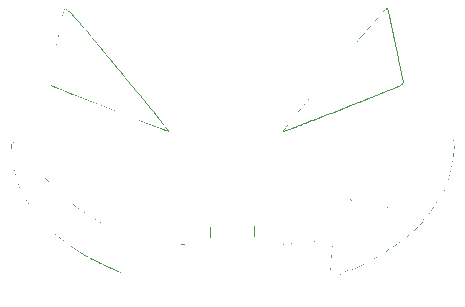
<source format=gto>
G04 #@! TF.GenerationSoftware,KiCad,Pcbnew,7.0.1-0*
G04 #@! TF.CreationDate,2023-08-23T15:24:57+02:00*
G04 #@! TF.ProjectId,pumpkin,70756d70-6b69-46e2-9e6b-696361645f70,rev?*
G04 #@! TF.SameCoordinates,Original*
G04 #@! TF.FileFunction,Legend,Top*
G04 #@! TF.FilePolarity,Positive*
%FSLAX46Y46*%
G04 Gerber Fmt 4.6, Leading zero omitted, Abs format (unit mm)*
G04 Created by KiCad (PCBNEW 7.0.1-0) date 2023-08-23 15:24:57*
%MOMM*%
%LPD*%
G01*
G04 APERTURE LIST*
%ADD10C,0.054000*%
%ADD11C,0.100000*%
%ADD12C,0.102600*%
G04 APERTURE END LIST*
D10*
X127362865Y-97695342D02*
X127324324Y-97646248D01*
X127286004Y-97597943D01*
X127247959Y-97550484D01*
X127210244Y-97503928D01*
X127172914Y-97458332D01*
X127136022Y-97413754D01*
X127099624Y-97370252D01*
X127063774Y-97327882D01*
X127028528Y-97286703D01*
X126960062Y-97208143D01*
X126894665Y-97135032D01*
X126832772Y-97067829D01*
X126774823Y-97006993D01*
X126721252Y-96952983D01*
X126672499Y-96906257D01*
X126629000Y-96867276D01*
X126574560Y-96824328D01*
X126524443Y-96798452D01*
X126510000Y-96800000D01*
X163899486Y-96646856D02*
X163847604Y-96675492D01*
X163784659Y-96732927D01*
X163730730Y-96786562D01*
X163667953Y-96851672D01*
X163596947Y-96927575D01*
X163558553Y-96969358D01*
X163518333Y-97013583D01*
X163476367Y-97060162D01*
X163432731Y-97109012D01*
X163387503Y-97160045D01*
X163340760Y-97213176D01*
X163292581Y-97268321D01*
X163243041Y-97325392D01*
X163192220Y-97384304D01*
X163140194Y-97444973D01*
X163087041Y-97507311D01*
X163032839Y-97571234D01*
X162977665Y-97636655D01*
X162921596Y-97703490D01*
X162864710Y-97771652D01*
X162807085Y-97841056D01*
X162748797Y-97911617D01*
X162689926Y-97983248D01*
X145138168Y-106741627D02*
X143299217Y-106741627D01*
X147063619Y-102978013D02*
X147020367Y-104859821D01*
X160589659Y-104148892D02*
X160689771Y-104052391D01*
X160790505Y-103951801D01*
X160891698Y-103847359D01*
X160993189Y-103739299D01*
X161094816Y-103627859D01*
X161196417Y-103513275D01*
X161297830Y-103395781D01*
X161398892Y-103275615D01*
X161499442Y-103153011D01*
X161599317Y-103028207D01*
X161698356Y-102901438D01*
X161796397Y-102772940D01*
X161893278Y-102642950D01*
X161988837Y-102511702D01*
X162082911Y-102379433D01*
X162175339Y-102246380D01*
X162265959Y-102112777D01*
X162354608Y-101978862D01*
X162441125Y-101844870D01*
X162525349Y-101711036D01*
X162607115Y-101577598D01*
X162686264Y-101444790D01*
X162762632Y-101312850D01*
X162836059Y-101182013D01*
X162906381Y-101052514D01*
X162973436Y-100924591D01*
X163037064Y-100798478D01*
X163097102Y-100674412D01*
X163153387Y-100552630D01*
X163205758Y-100433366D01*
X163254053Y-100316857D01*
X163298110Y-100203339D01*
X159565673Y-91591503D02*
X159547271Y-91508356D01*
X159528179Y-91419041D01*
X159516711Y-91364830D01*
X159504018Y-91304522D01*
X159490142Y-91238320D01*
X159475125Y-91166429D01*
X159459008Y-91089052D01*
X159441835Y-91006392D01*
X159423645Y-90918655D01*
X159404483Y-90826043D01*
X159384388Y-90728760D01*
X159363404Y-90627011D01*
X159341573Y-90520998D01*
X159318936Y-90410927D01*
X159295535Y-90297000D01*
X159271412Y-90179421D01*
X159246609Y-90058394D01*
X159221169Y-89934124D01*
X159195132Y-89806813D01*
X159168541Y-89676666D01*
X159141438Y-89543887D01*
X159113865Y-89408678D01*
X159085864Y-89271245D01*
X159057476Y-89131791D01*
X159028744Y-88990519D01*
X158999710Y-88847634D01*
X158970415Y-88703339D01*
X158940902Y-88557838D01*
X158911212Y-88411336D01*
X162689926Y-97983248D02*
X162482630Y-98233119D01*
X162271419Y-98481865D01*
X162056650Y-98729178D01*
X161838678Y-98974748D01*
X161617861Y-99218265D01*
X161394555Y-99459421D01*
X161169115Y-99697907D01*
X160941899Y-99933414D01*
X160713263Y-100165632D01*
X160483562Y-100394252D01*
X160253154Y-100618966D01*
X160022394Y-100839464D01*
X159791639Y-101055438D01*
X159561246Y-101266577D01*
X159331570Y-101472574D01*
X159102969Y-101673119D01*
X158875797Y-101867902D01*
X158650413Y-102056615D01*
X158427171Y-102238949D01*
X158206429Y-102414595D01*
X157988542Y-102583243D01*
X157773868Y-102744584D01*
X157562762Y-102898310D01*
X157355581Y-103044111D01*
X157152681Y-103181678D01*
X156954418Y-103310703D01*
X156761149Y-103430875D01*
X156573230Y-103541886D01*
X156391018Y-103643428D01*
X156214869Y-103735190D01*
X156045138Y-103816863D01*
X155882184Y-103888140D01*
X143212717Y-102978013D02*
X139361815Y-102327810D01*
X141133230Y-107765929D02*
X141133230Y-110130418D01*
X143299217Y-106741627D02*
X143255968Y-104859821D01*
X155034984Y-101668024D02*
X154949493Y-101677004D01*
X154846041Y-101690971D01*
X154781169Y-101700222D01*
X154707887Y-101710928D01*
X154626457Y-101723047D01*
X154537144Y-101736537D01*
X154440211Y-101751355D01*
X154335924Y-101767458D01*
X154224545Y-101784806D01*
X154106340Y-101803355D01*
X153981572Y-101823063D01*
X153850504Y-101843888D01*
X153713402Y-101865787D01*
X153570530Y-101888719D01*
X153422150Y-101912640D01*
X153268528Y-101937510D01*
X153109928Y-101963284D01*
X152946613Y-101989922D01*
X152778848Y-102017381D01*
X152606897Y-102045618D01*
X152431023Y-102074592D01*
X152251491Y-102104259D01*
X152068565Y-102134578D01*
X151882509Y-102165507D01*
X151693587Y-102197002D01*
X151502063Y-102229022D01*
X151308202Y-102261525D01*
X151112267Y-102294468D01*
X150914522Y-102327810D01*
X150914522Y-102327810D02*
X147063619Y-102978013D01*
X139723243Y-105301350D02*
X141133230Y-105401433D01*
X135229621Y-101668024D02*
X135164214Y-101669685D01*
X135110188Y-101682389D01*
X135054464Y-101723889D01*
X135023858Y-101778969D01*
X135001944Y-101859326D01*
X134991765Y-101929049D01*
X134984852Y-102013169D01*
X134980965Y-102112952D01*
X134980082Y-102169112D01*
X134979867Y-102229663D01*
X134980288Y-102294761D01*
X134981316Y-102364566D01*
X134982922Y-102439236D01*
X134985076Y-102518928D01*
X134987747Y-102603801D01*
X134990905Y-102694013D01*
X134994522Y-102789722D01*
X134998567Y-102891087D01*
X136659967Y-105201266D02*
X137486610Y-105201266D01*
X141133230Y-105401433D02*
X141133230Y-107765929D01*
X152807721Y-105201266D02*
X153652360Y-105201266D01*
X141133230Y-110130418D02*
X145138168Y-110130418D01*
X149143105Y-110130418D02*
X149143105Y-107765929D01*
X131956040Y-102347226D02*
X131838283Y-102255448D01*
X131714982Y-102156282D01*
X131586524Y-102050120D01*
X131453298Y-101937355D01*
X131315691Y-101818380D01*
X131174091Y-101693589D01*
X131028888Y-101563375D01*
X130880468Y-101428130D01*
X130729221Y-101288248D01*
X130575534Y-101144122D01*
X130419795Y-100996145D01*
X130262393Y-100844711D01*
X130103717Y-100690212D01*
X129944153Y-100533041D01*
X129784090Y-100373593D01*
X129623917Y-100212259D01*
X129464022Y-100049433D01*
X129304792Y-99885509D01*
X129146617Y-99720878D01*
X128989883Y-99555935D01*
X128834980Y-99391073D01*
X128682295Y-99226684D01*
X128532217Y-99063162D01*
X128385134Y-98900901D01*
X128241434Y-98740292D01*
X128101505Y-98581729D01*
X127965735Y-98425606D01*
X127834513Y-98272316D01*
X127708227Y-98122251D01*
X127587265Y-97975805D01*
X127472015Y-97833371D01*
X127362865Y-97695342D01*
X135419501Y-90555887D02*
X135091490Y-90159744D01*
X134779442Y-89783382D01*
X134482973Y-89426374D01*
X134201700Y-89088295D01*
X133935239Y-88768719D01*
X133683209Y-88467220D01*
X133445224Y-88183372D01*
X133220903Y-87916751D01*
X133009862Y-87666929D01*
X132811718Y-87433481D01*
X132626088Y-87215983D01*
X132452588Y-87014007D01*
X132290836Y-86827128D01*
X132140448Y-86654920D01*
X132001041Y-86496958D01*
X131872233Y-86352816D01*
X131753639Y-86222069D01*
X131644877Y-86104290D01*
X131545564Y-85999053D01*
X131455315Y-85905934D01*
X131373750Y-85824506D01*
X131300483Y-85754343D01*
X131235132Y-85695021D01*
X131177314Y-85646112D01*
X131126645Y-85607192D01*
X131045225Y-85557615D01*
X130987805Y-85542882D01*
X130939971Y-85578668D01*
X153840844Y-108064786D02*
X154012815Y-108018421D01*
X154193370Y-107963629D01*
X154381902Y-107900762D01*
X154577803Y-107830173D01*
X154780467Y-107752214D01*
X154989286Y-107667237D01*
X155203653Y-107575594D01*
X155422960Y-107477639D01*
X155646601Y-107373723D01*
X155873968Y-107264198D01*
X156104453Y-107149417D01*
X156337450Y-107029733D01*
X156572352Y-106905497D01*
X156808550Y-106777063D01*
X157045439Y-106644781D01*
X157282410Y-106509006D01*
X157518856Y-106370088D01*
X157754170Y-106228381D01*
X157987746Y-106084237D01*
X158218974Y-105938008D01*
X158447249Y-105790046D01*
X158671963Y-105640704D01*
X158892509Y-105490334D01*
X159108280Y-105339289D01*
X159318668Y-105187921D01*
X159523066Y-105036582D01*
X159720866Y-104885624D01*
X159911463Y-104735400D01*
X160094247Y-104586263D01*
X160268613Y-104438564D01*
X160433952Y-104292656D01*
X160589659Y-104148892D01*
X129699235Y-91927429D02*
X129799699Y-91970949D01*
X129945905Y-92032168D01*
X130134651Y-92109830D01*
X130362737Y-92202676D01*
X130626961Y-92309451D01*
X130924122Y-92428898D01*
X131251019Y-92559758D01*
X131604451Y-92700775D01*
X131981217Y-92850693D01*
X132378115Y-93008254D01*
X132791946Y-93172201D01*
X133219507Y-93341278D01*
X133657598Y-93514226D01*
X134103017Y-93689790D01*
X134552564Y-93866712D01*
X135003037Y-94043735D01*
X135451235Y-94219602D01*
X135893958Y-94393057D01*
X136328004Y-94562842D01*
X136750172Y-94727700D01*
X137157260Y-94886374D01*
X137546069Y-95037607D01*
X137913396Y-95180143D01*
X138256042Y-95312723D01*
X138570803Y-95434092D01*
X138854481Y-95542992D01*
X139103873Y-95638166D01*
X139315778Y-95718358D01*
X139486996Y-95782309D01*
X139614325Y-95828764D01*
X139694564Y-95856465D01*
X139724513Y-95864156D01*
X155304549Y-102892793D02*
X155304442Y-102794539D01*
X155304104Y-102701538D01*
X155303503Y-102613650D01*
X155302608Y-102530738D01*
X155301390Y-102452664D01*
X155299818Y-102379288D01*
X155297861Y-102310474D01*
X155295490Y-102246082D01*
X155292673Y-102185974D01*
X155289380Y-102130013D01*
X155281245Y-102029975D01*
X155270843Y-101944863D01*
X155257928Y-101873571D01*
X155242259Y-101814992D01*
X155213056Y-101748543D01*
X155176285Y-101704478D01*
X155114065Y-101674095D01*
X155056441Y-101667746D01*
X155034984Y-101668024D01*
X158911212Y-88411336D02*
X158881488Y-88265107D01*
X158851875Y-88120419D01*
X158822416Y-87977463D01*
X158793154Y-87836430D01*
X158764134Y-87697508D01*
X158735398Y-87560890D01*
X158706991Y-87426765D01*
X158678955Y-87295323D01*
X158651335Y-87166755D01*
X158624174Y-87041251D01*
X158597516Y-86919003D01*
X158571404Y-86800199D01*
X158545882Y-86685030D01*
X158520993Y-86573688D01*
X158496781Y-86466361D01*
X158473290Y-86363242D01*
X158450563Y-86264519D01*
X158428644Y-86170383D01*
X158407577Y-86081025D01*
X158387404Y-85996635D01*
X158368170Y-85917403D01*
X158349918Y-85843521D01*
X158332692Y-85775177D01*
X158316535Y-85712563D01*
X158301491Y-85655869D01*
X158274917Y-85561002D01*
X158253317Y-85492099D01*
X158231009Y-85440760D01*
X153543520Y-106683998D02*
X153434680Y-108166730D01*
X146977119Y-106741627D02*
X145138168Y-106741627D01*
X126510000Y-96800000D02*
X126469604Y-96884330D01*
X126455676Y-96992994D01*
X126452367Y-97061238D01*
X126451386Y-97137947D01*
X126452652Y-97222513D01*
X126456082Y-97314329D01*
X126461596Y-97412789D01*
X126469110Y-97517285D01*
X126478545Y-97627209D01*
X126489817Y-97741955D01*
X126502845Y-97860915D01*
X126517548Y-97983482D01*
X126533844Y-98109049D01*
X126551652Y-98237009D01*
X126570888Y-98366754D01*
X126591473Y-98497677D01*
X126613324Y-98629171D01*
X126636359Y-98760629D01*
X126660498Y-98891443D01*
X126685657Y-99021007D01*
X126711756Y-99148713D01*
X126738712Y-99273953D01*
X126766445Y-99396122D01*
X126794872Y-99514610D01*
X126823912Y-99628812D01*
X126853483Y-99738121D01*
X126883503Y-99841927D01*
X126913891Y-99939626D01*
X126944566Y-100030609D01*
X153340588Y-94390409D02*
X153541532Y-94311073D01*
X153743052Y-94231537D01*
X153944820Y-94151927D01*
X154146511Y-94072373D01*
X154347798Y-93993003D01*
X154548355Y-93913944D01*
X154747853Y-93835326D01*
X154945968Y-93757277D01*
X155142372Y-93679925D01*
X155336740Y-93603397D01*
X155528743Y-93527824D01*
X155718056Y-93453332D01*
X155904353Y-93380050D01*
X156087306Y-93308107D01*
X156266589Y-93237631D01*
X156441876Y-93168750D01*
X156612839Y-93101592D01*
X156779153Y-93036286D01*
X156940490Y-92972960D01*
X157096525Y-92911742D01*
X157246930Y-92852761D01*
X157391379Y-92796145D01*
X157529545Y-92742022D01*
X157661102Y-92690521D01*
X157785724Y-92641770D01*
X157903083Y-92595897D01*
X158012853Y-92553030D01*
X158114708Y-92513298D01*
X158208321Y-92476830D01*
X158293365Y-92443752D01*
X158369513Y-92414195D01*
X158436441Y-92388286D01*
X149143105Y-107765929D02*
X149143105Y-105401433D01*
X153434680Y-108166730D02*
X153840844Y-108064786D01*
X150553094Y-105301350D02*
X150626472Y-105296219D01*
X150701108Y-105291154D01*
X150776855Y-105286160D01*
X150853570Y-105281244D01*
X150931107Y-105276413D01*
X151009323Y-105271672D01*
X151088074Y-105267028D01*
X151167213Y-105262488D01*
X151246597Y-105258058D01*
X151326082Y-105253744D01*
X151405523Y-105249553D01*
X151484776Y-105245491D01*
X151563695Y-105241565D01*
X151642137Y-105237781D01*
X151719957Y-105234145D01*
X151797011Y-105230665D01*
X151873153Y-105227345D01*
X151948240Y-105224193D01*
X152022127Y-105221215D01*
X152094670Y-105218418D01*
X152165724Y-105215808D01*
X152235144Y-105213391D01*
X152302786Y-105211174D01*
X152368506Y-105209163D01*
X152432160Y-105207364D01*
X152493601Y-105205785D01*
X152552687Y-105204430D01*
X152609272Y-105203308D01*
X152714364Y-105201785D01*
X152807721Y-105201266D01*
X163298110Y-100203339D02*
X163325803Y-100125150D01*
X163354276Y-100036830D01*
X163383393Y-99939177D01*
X163413020Y-99832993D01*
X163443019Y-99719079D01*
X163473257Y-99598235D01*
X163503598Y-99471261D01*
X163533906Y-99338959D01*
X163564046Y-99202129D01*
X163593882Y-99061572D01*
X163623280Y-98918088D01*
X163652103Y-98772478D01*
X163680217Y-98625543D01*
X163707486Y-98478083D01*
X163733774Y-98330899D01*
X163758947Y-98184793D01*
X163782868Y-98040563D01*
X163805403Y-97899011D01*
X163826416Y-97760939D01*
X163845771Y-97627145D01*
X163863334Y-97498432D01*
X163878969Y-97375599D01*
X163892540Y-97259447D01*
X163903913Y-97150778D01*
X163912951Y-97050391D01*
X163919519Y-96959088D01*
X163923483Y-96877669D01*
X163924706Y-96806934D01*
X163923053Y-96747685D01*
X163910578Y-96666845D01*
X163899486Y-96646856D01*
X139724513Y-95864156D02*
X139682331Y-95797100D01*
X139646504Y-95748601D01*
X139600253Y-95687595D01*
X139543855Y-95614421D01*
X139477585Y-95529422D01*
X139401719Y-95432936D01*
X139316533Y-95325304D01*
X139222303Y-95206866D01*
X139119305Y-95077962D01*
X139007815Y-94938933D01*
X138888108Y-94790118D01*
X138760460Y-94631858D01*
X138625148Y-94464494D01*
X138482448Y-94288364D01*
X138332634Y-94103810D01*
X138175984Y-93911172D01*
X138012772Y-93710789D01*
X137843276Y-93503003D01*
X137667770Y-93288153D01*
X137486530Y-93066579D01*
X137299834Y-92838621D01*
X137107956Y-92604621D01*
X136911172Y-92364918D01*
X136709758Y-92119851D01*
X136503990Y-91869763D01*
X136294145Y-91614991D01*
X136080497Y-91355878D01*
X135863323Y-91092763D01*
X135642899Y-90825985D01*
X135419501Y-90555887D01*
X149143105Y-105401433D02*
X150553094Y-105301350D01*
X130939971Y-85578668D02*
X130915823Y-85645955D01*
X130886842Y-85741605D01*
X130853417Y-85863626D01*
X130815936Y-86010029D01*
X130774790Y-86178822D01*
X130730365Y-86368017D01*
X130683053Y-86575622D01*
X130633241Y-86799647D01*
X130581318Y-87038102D01*
X130527674Y-87288996D01*
X130472698Y-87550339D01*
X130416778Y-87820142D01*
X130360303Y-88096412D01*
X130303662Y-88377161D01*
X130247245Y-88660397D01*
X130191441Y-88944132D01*
X130136637Y-89226373D01*
X130083224Y-89505131D01*
X130031590Y-89778415D01*
X129982124Y-90044236D01*
X129935215Y-90300603D01*
X129891252Y-90545525D01*
X129850625Y-90777012D01*
X129813721Y-90993074D01*
X129780931Y-91191721D01*
X129752642Y-91370962D01*
X129729245Y-91528807D01*
X129711127Y-91663265D01*
X129698678Y-91772347D01*
X129692287Y-91854062D01*
X129699235Y-91927429D01*
X132807625Y-106429080D02*
X132908189Y-106486762D01*
X133016740Y-106547073D01*
X133132609Y-106609720D01*
X133255130Y-106674409D01*
X133383638Y-106740849D01*
X133517464Y-106808748D01*
X133655943Y-106877812D01*
X133798408Y-106947750D01*
X133944192Y-107018268D01*
X134092629Y-107089075D01*
X134243052Y-107159878D01*
X134394795Y-107230385D01*
X134547190Y-107300303D01*
X134699572Y-107369340D01*
X134851274Y-107437203D01*
X135001629Y-107503600D01*
X135149971Y-107568239D01*
X135295632Y-107630827D01*
X135437947Y-107691071D01*
X135576249Y-107748680D01*
X135709871Y-107803360D01*
X135838146Y-107854820D01*
X135960409Y-107902767D01*
X136075992Y-107946908D01*
X136184229Y-107986952D01*
X136284453Y-108022605D01*
X136375998Y-108053575D01*
X136458197Y-108079570D01*
X136530383Y-108100297D01*
X136591890Y-108115465D01*
X136680201Y-108127950D01*
X149451177Y-95864815D02*
X149530560Y-95845809D01*
X149626798Y-95813683D01*
X149688182Y-95792294D01*
X149758075Y-95767482D01*
X149836231Y-95739339D01*
X149922397Y-95707962D01*
X150016327Y-95673444D01*
X150117770Y-95635880D01*
X150226477Y-95595364D01*
X150342199Y-95551991D01*
X150464687Y-95505855D01*
X150593691Y-95457051D01*
X150728963Y-95405673D01*
X150870252Y-95351816D01*
X151017309Y-95295574D01*
X151169886Y-95237041D01*
X151327734Y-95176314D01*
X151490601Y-95113484D01*
X151658241Y-95048648D01*
X151830403Y-94981900D01*
X152006837Y-94913334D01*
X152187296Y-94843044D01*
X152371529Y-94771126D01*
X152559287Y-94697673D01*
X152750321Y-94622781D01*
X152944382Y-94546543D01*
X153141221Y-94469054D01*
X153340588Y-94390409D01*
X134971788Y-104121425D02*
X134900402Y-104107696D01*
X134796667Y-104071166D01*
X134733789Y-104045011D01*
X134664168Y-104013946D01*
X134588253Y-103978236D01*
X134506491Y-103938145D01*
X134419333Y-103893936D01*
X134327224Y-103845872D01*
X134230615Y-103794219D01*
X134129953Y-103739239D01*
X134025687Y-103681196D01*
X133918264Y-103620354D01*
X133808134Y-103556977D01*
X133695744Y-103491329D01*
X133581543Y-103423672D01*
X133465979Y-103354271D01*
X133349501Y-103283390D01*
X133232556Y-103211293D01*
X133115594Y-103138242D01*
X132999061Y-103064503D01*
X132883408Y-102990338D01*
X132769082Y-102916011D01*
X132656530Y-102841786D01*
X132546203Y-102767927D01*
X132438547Y-102694698D01*
X132334012Y-102622362D01*
X132233045Y-102551183D01*
X132136095Y-102481425D01*
X132043611Y-102413351D01*
X131956040Y-102347226D01*
X136762830Y-106664609D02*
X136659967Y-105201266D01*
X143255968Y-104859821D02*
X143212717Y-102978013D01*
X158231009Y-85440760D02*
X158118500Y-85539306D01*
X157994484Y-85670781D01*
X157829521Y-85852041D01*
X157626777Y-86079324D01*
X157389423Y-86348867D01*
X157120627Y-86656907D01*
X156823557Y-86999684D01*
X156501384Y-87373433D01*
X156157276Y-87774393D01*
X155794401Y-88198802D01*
X155415929Y-88642896D01*
X155025028Y-89102914D01*
X154624869Y-89575094D01*
X154218618Y-90055672D01*
X153809446Y-90540887D01*
X153400521Y-91026977D01*
X152995012Y-91510178D01*
X152596088Y-91986728D01*
X152206919Y-92452866D01*
X151830672Y-92904829D01*
X151470517Y-93338853D01*
X151129622Y-93751178D01*
X150811158Y-94138041D01*
X150518292Y-94495679D01*
X150254193Y-94820330D01*
X150022031Y-95108231D01*
X149824974Y-95355621D01*
X149666191Y-95558736D01*
X149548851Y-95713815D01*
X149476123Y-95817096D01*
X149451177Y-95864815D01*
X153652360Y-105201266D02*
X153543520Y-106683998D01*
X137486610Y-105201266D02*
X137578133Y-105201785D01*
X137681443Y-105203308D01*
X137737160Y-105204430D01*
X137795393Y-105205785D01*
X137856000Y-105207364D01*
X137918837Y-105209163D01*
X137983761Y-105211174D01*
X138050627Y-105213391D01*
X138119294Y-105215808D01*
X138189618Y-105218418D01*
X138261455Y-105221215D01*
X138334661Y-105224193D01*
X138409095Y-105227345D01*
X138484611Y-105230665D01*
X138561068Y-105234145D01*
X138638321Y-105237781D01*
X138716228Y-105241565D01*
X138794644Y-105245491D01*
X138873427Y-105249553D01*
X138952434Y-105253744D01*
X139031520Y-105258058D01*
X139110543Y-105262488D01*
X139189359Y-105267028D01*
X139267825Y-105271672D01*
X139345798Y-105276413D01*
X139423134Y-105281244D01*
X139499689Y-105286160D01*
X139575322Y-105291154D01*
X139649887Y-105296219D01*
X139723243Y-105301350D01*
X147020367Y-104859821D02*
X146977119Y-106741627D01*
X126944566Y-100030609D02*
X127029440Y-100261388D01*
X127120878Y-100490416D01*
X127218857Y-100717671D01*
X127323357Y-100943128D01*
X127434355Y-101166764D01*
X127551828Y-101388553D01*
X127675756Y-101608473D01*
X127806117Y-101826500D01*
X127942888Y-102042610D01*
X128086047Y-102256778D01*
X128235574Y-102468982D01*
X128391445Y-102679197D01*
X128553640Y-102887399D01*
X128722135Y-103093564D01*
X128896910Y-103297669D01*
X129077942Y-103499690D01*
X129265210Y-103699602D01*
X129458692Y-103897383D01*
X129658365Y-104093008D01*
X129864209Y-104286452D01*
X130076200Y-104477694D01*
X130294318Y-104666707D01*
X130518540Y-104853470D01*
X130748844Y-105037957D01*
X130985209Y-105220145D01*
X131227613Y-105400009D01*
X131476034Y-105577528D01*
X131730449Y-105752675D01*
X131990838Y-105925428D01*
X132257178Y-106095762D01*
X132529448Y-106263654D01*
X132807625Y-106429080D01*
X139361815Y-102327810D02*
X139164054Y-102294468D01*
X138968073Y-102261525D01*
X138774136Y-102229023D01*
X138582508Y-102197002D01*
X138393455Y-102165507D01*
X138207240Y-102134579D01*
X138024129Y-102104260D01*
X137844386Y-102074593D01*
X137668276Y-102045620D01*
X137496065Y-102017383D01*
X137328016Y-101989924D01*
X137164395Y-101963287D01*
X137005467Y-101937512D01*
X136851496Y-101912643D01*
X136702747Y-101888722D01*
X136559486Y-101865791D01*
X136421976Y-101843891D01*
X136290482Y-101823067D01*
X136165270Y-101803359D01*
X136046605Y-101784810D01*
X135934750Y-101767462D01*
X135829972Y-101751359D01*
X135732534Y-101736541D01*
X135642701Y-101723051D01*
X135560739Y-101710932D01*
X135486913Y-101700226D01*
X135421486Y-101690974D01*
X135364724Y-101683220D01*
X135278254Y-101672374D01*
X135229621Y-101668024D01*
X158436441Y-92388286D02*
X158533109Y-92350789D01*
X158624504Y-92315031D01*
X158710756Y-92280920D01*
X158791999Y-92248364D01*
X158868362Y-92217268D01*
X158939977Y-92187542D01*
X159006975Y-92159091D01*
X159069488Y-92131824D01*
X159127648Y-92105648D01*
X159181584Y-92080470D01*
X159231429Y-92056197D01*
X159319371Y-92009996D01*
X159392524Y-91966306D01*
X159451938Y-91924384D01*
X159498664Y-91883488D01*
X159547261Y-91822449D01*
X159573220Y-91759551D01*
X159580087Y-91692291D01*
X159571408Y-91618168D01*
X159565673Y-91591503D01*
X145138168Y-110130418D02*
X149143105Y-110130418D01*
X134998567Y-102891087D02*
X135001041Y-102954268D01*
X135003284Y-103016642D01*
X135005299Y-103078130D01*
X135007086Y-103138653D01*
X135008648Y-103198133D01*
X135009985Y-103256489D01*
X135011101Y-103313645D01*
X135011996Y-103369520D01*
X135012672Y-103424036D01*
X135013375Y-103528674D01*
X135013223Y-103626931D01*
X135012231Y-103718173D01*
X135010411Y-103801771D01*
X135007779Y-103877094D01*
X135004346Y-103943511D01*
X135000128Y-104000392D01*
X134992357Y-104066451D01*
X134975670Y-104119931D01*
X134971788Y-104121425D01*
X155882184Y-103888140D02*
X155304549Y-104127147D01*
X136680201Y-108127950D02*
X136736709Y-108099620D01*
X136769778Y-108032611D01*
X136787654Y-107953726D01*
X136796330Y-107886516D01*
X136802447Y-107806998D01*
X136806035Y-107714644D01*
X136807123Y-107608930D01*
X136806740Y-107550898D01*
X136805742Y-107489328D01*
X136804135Y-107424156D01*
X136801921Y-107355314D01*
X136799104Y-107282738D01*
X136795689Y-107206361D01*
X136791679Y-107126118D01*
X136787077Y-107041943D01*
X136781887Y-106953770D01*
X136776114Y-106861534D01*
X136769760Y-106765169D01*
X136762830Y-106664609D01*
X155304549Y-104127147D02*
X155304549Y-102892793D01*
%LPC*%
D11*
X163930000Y-96790000D02*
X163880000Y-97330000D01*
X163790000Y-98090000D01*
X163690000Y-98590000D01*
X163430000Y-99750000D01*
X163220000Y-100400000D01*
X162840000Y-101170000D01*
X162530000Y-101720000D01*
X162360000Y-101960000D01*
X162100000Y-102350000D01*
X161810000Y-102770000D01*
X161280000Y-103420000D01*
X160890000Y-103840000D01*
X160380000Y-104340000D01*
X159830000Y-104800000D01*
X159210000Y-105260000D01*
X158290000Y-105900000D01*
X157820000Y-106180000D01*
X157360000Y-106460000D01*
X156640000Y-106870000D01*
X156090000Y-107150000D01*
X155400000Y-107480000D01*
X154630000Y-107810000D01*
X153890000Y-108040000D01*
X153440000Y-108150000D01*
X153640000Y-105200000D01*
X150420000Y-105290000D01*
X149590000Y-105360000D01*
X149140000Y-105410000D01*
X149130000Y-110120000D01*
X141130000Y-110110000D01*
X141130000Y-105390000D01*
X138930000Y-105250000D01*
X137610000Y-105200000D01*
X136660000Y-105200000D01*
X136790000Y-107500000D01*
X136790000Y-107880000D01*
X136750000Y-108050000D01*
X136690000Y-108120000D01*
X136540000Y-108110000D01*
X136160000Y-107970000D01*
X132920000Y-106500000D01*
X132050000Y-105960000D01*
X131210000Y-105380000D01*
X129930000Y-104340000D01*
X129300000Y-103740000D01*
X128480000Y-102810000D01*
X128230000Y-102450000D01*
X127740000Y-101740000D01*
X127640000Y-101540000D01*
X127290000Y-100880000D01*
X126940000Y-100030000D01*
X126670000Y-98910000D01*
X126510000Y-97940000D01*
X126460000Y-97190000D01*
X126460000Y-96900000D01*
X126510000Y-96790000D01*
X126530000Y-96810000D01*
X126890000Y-97130000D01*
X127280000Y-97600000D01*
X129420000Y-100030000D01*
X129880000Y-100480000D01*
X130470000Y-101060000D01*
X131790000Y-102240000D01*
X132060000Y-102440000D01*
X132260000Y-102590000D01*
X132330000Y-102630000D01*
X133990000Y-103660000D01*
X134870000Y-104100000D01*
X134980000Y-104130000D01*
X135010000Y-103900000D01*
X135000000Y-102860000D01*
X134990000Y-101970000D01*
X134990000Y-101870000D01*
X135050000Y-101740000D01*
X135130000Y-101660000D01*
X135260000Y-101660000D01*
X135770000Y-101740000D01*
X138400000Y-102170000D01*
X140970000Y-102600000D01*
X143210000Y-102990000D01*
X143300000Y-106730000D01*
X146970000Y-106740000D01*
X147060000Y-102970000D01*
X147770000Y-102860000D01*
X155000000Y-101660000D01*
X155150000Y-101690000D01*
X155230000Y-101780000D01*
X155270000Y-102010000D01*
X155290000Y-102340000D01*
X155310000Y-102930000D01*
X155310000Y-104120000D01*
X155870000Y-103890000D01*
X156350000Y-103670000D01*
X157100000Y-103210000D01*
X158560000Y-102130000D01*
X160000000Y-100850000D01*
X161230000Y-99610000D01*
X162680000Y-98010000D01*
X163510000Y-97010000D01*
X163810000Y-96700000D01*
X163900000Y-96640000D01*
X163930000Y-96790000D01*
G36*
X163930000Y-96790000D02*
G01*
X163880000Y-97330000D01*
X163790000Y-98090000D01*
X163690000Y-98590000D01*
X163430000Y-99750000D01*
X163220000Y-100400000D01*
X162840000Y-101170000D01*
X162530000Y-101720000D01*
X162360000Y-101960000D01*
X162100000Y-102350000D01*
X161810000Y-102770000D01*
X161280000Y-103420000D01*
X160890000Y-103840000D01*
X160380000Y-104340000D01*
X159830000Y-104800000D01*
X159210000Y-105260000D01*
X158290000Y-105900000D01*
X157820000Y-106180000D01*
X157360000Y-106460000D01*
X156640000Y-106870000D01*
X156090000Y-107150000D01*
X155400000Y-107480000D01*
X154630000Y-107810000D01*
X153890000Y-108040000D01*
X153440000Y-108150000D01*
X153640000Y-105200000D01*
X150420000Y-105290000D01*
X149590000Y-105360000D01*
X149140000Y-105410000D01*
X149130000Y-110120000D01*
X141130000Y-110110000D01*
X141130000Y-105390000D01*
X138930000Y-105250000D01*
X137610000Y-105200000D01*
X136660000Y-105200000D01*
X136790000Y-107500000D01*
X136790000Y-107880000D01*
X136750000Y-108050000D01*
X136690000Y-108120000D01*
X136540000Y-108110000D01*
X136160000Y-107970000D01*
X132920000Y-106500000D01*
X132050000Y-105960000D01*
X131210000Y-105380000D01*
X129930000Y-104340000D01*
X129300000Y-103740000D01*
X128480000Y-102810000D01*
X128230000Y-102450000D01*
X127740000Y-101740000D01*
X127640000Y-101540000D01*
X127290000Y-100880000D01*
X126940000Y-100030000D01*
X126670000Y-98910000D01*
X126510000Y-97940000D01*
X126460000Y-97190000D01*
X126460000Y-96900000D01*
X126510000Y-96790000D01*
X126530000Y-96810000D01*
X126890000Y-97130000D01*
X127280000Y-97600000D01*
X129420000Y-100030000D01*
X129880000Y-100480000D01*
X130470000Y-101060000D01*
X131790000Y-102240000D01*
X132060000Y-102440000D01*
X132260000Y-102590000D01*
X132330000Y-102630000D01*
X133990000Y-103660000D01*
X134870000Y-104100000D01*
X134980000Y-104130000D01*
X135010000Y-103900000D01*
X135000000Y-102860000D01*
X134990000Y-101970000D01*
X134990000Y-101870000D01*
X135050000Y-101740000D01*
X135130000Y-101660000D01*
X135260000Y-101660000D01*
X135770000Y-101740000D01*
X138400000Y-102170000D01*
X140970000Y-102600000D01*
X143210000Y-102990000D01*
X143300000Y-106730000D01*
X146970000Y-106740000D01*
X147060000Y-102970000D01*
X147770000Y-102860000D01*
X155000000Y-101660000D01*
X155150000Y-101690000D01*
X155230000Y-101780000D01*
X155270000Y-102010000D01*
X155290000Y-102340000D01*
X155310000Y-102930000D01*
X155310000Y-104120000D01*
X155870000Y-103890000D01*
X156350000Y-103670000D01*
X157100000Y-103210000D01*
X158560000Y-102130000D01*
X160000000Y-100850000D01*
X161230000Y-99610000D01*
X162680000Y-98010000D01*
X163510000Y-97010000D01*
X163810000Y-96700000D01*
X163900000Y-96640000D01*
X163930000Y-96790000D01*
G37*
D12*
X136348889Y-113668229D03*
X133451111Y-112891771D03*
G36*
X131094715Y-85593909D02*
G01*
X131217389Y-85671975D01*
X131240343Y-85690793D01*
X131689170Y-86159134D01*
X131690813Y-86160882D01*
X132277995Y-86797825D01*
X132281903Y-86802273D01*
X132640000Y-87230000D01*
X132640182Y-87230217D01*
X132940021Y-87590025D01*
X133269010Y-87968860D01*
X133270971Y-87971175D01*
X138029240Y-93729081D01*
X138030708Y-93730891D01*
X139460283Y-95528560D01*
X139485889Y-95587553D01*
X139478503Y-95651437D01*
X139440110Y-95703030D01*
X139381039Y-95728454D01*
X139317178Y-95720871D01*
X139289992Y-95709996D01*
X137040658Y-94850251D01*
X137039356Y-94849745D01*
X131220993Y-92550392D01*
X131219089Y-92549622D01*
X129779747Y-91953053D01*
X129738415Y-91925039D01*
X129711482Y-91882995D01*
X129703317Y-91833736D01*
X129709764Y-91666118D01*
X129710835Y-91653941D01*
X129789599Y-91082903D01*
X129790534Y-91077131D01*
X130089924Y-89470407D01*
X130090106Y-89469454D01*
X130299760Y-88391229D01*
X130300260Y-88388788D01*
X130439999Y-87740002D01*
X130689460Y-86492697D01*
X130690658Y-86487329D01*
X130867937Y-85768365D01*
X130873200Y-85751999D01*
X130913011Y-85652471D01*
X130943525Y-85607881D01*
X130990105Y-85580501D01*
X131043906Y-85575529D01*
X131094715Y-85593909D01*
G37*
G36*
X158247076Y-85604751D02*
G01*
X158279389Y-85664111D01*
X158929652Y-88538466D01*
X158930315Y-88541585D01*
X159535721Y-91578534D01*
X159536672Y-91621631D01*
X159508642Y-91803825D01*
X159489640Y-91853176D01*
X159451804Y-91890122D01*
X159189507Y-92054058D01*
X159169579Y-92064141D01*
X156890319Y-92969873D01*
X156889780Y-92970086D01*
X153650000Y-94240000D01*
X150301884Y-95549263D01*
X150298068Y-95550684D01*
X149873173Y-95700951D01*
X149810510Y-95706200D01*
X149753329Y-95680035D01*
X149716336Y-95629184D01*
X149709045Y-95566726D01*
X149733329Y-95508722D01*
X149868689Y-95331714D01*
X149871363Y-95328340D01*
X153499071Y-90911130D01*
X153500943Y-90908904D01*
X158064491Y-85610548D01*
X158120884Y-85573298D01*
X158188434Y-85571153D01*
X158247076Y-85604751D01*
G37*
M02*

</source>
